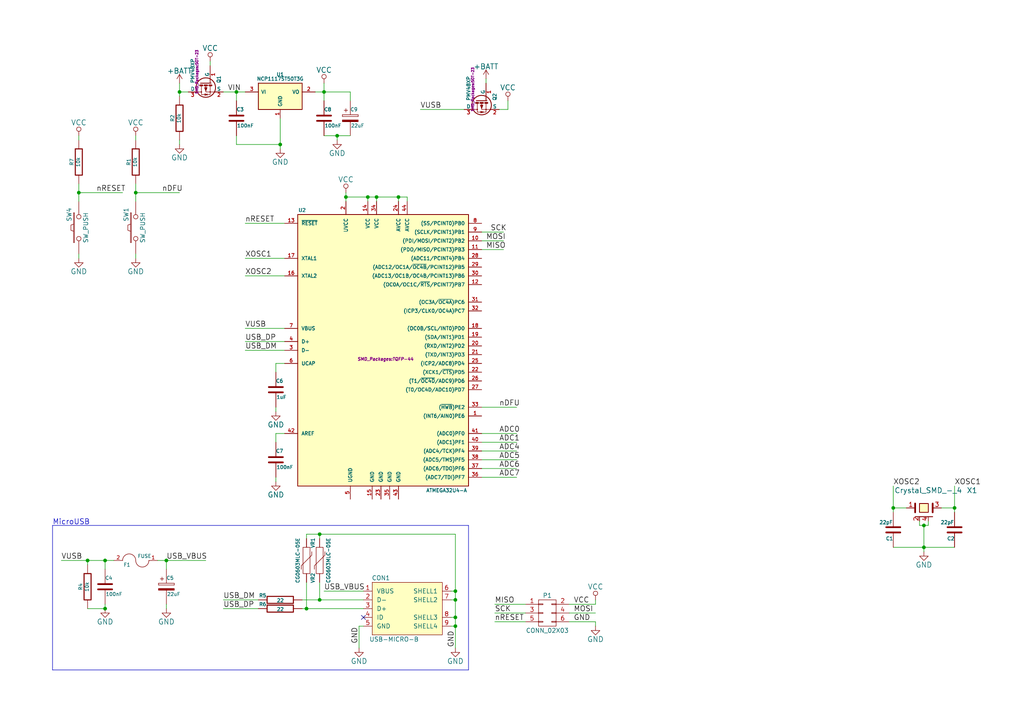
<source format=kicad_sch>
(kicad_sch (version 20230121) (generator eeschema)
  (paper "A4")
  (lib_symbols
    (symbol "camera-rescue:+BATT" (power) (pin_names (offset 0))
      (property "Value" "+BATT" (at 0 3.556 0))
      (symbol "+BATT_0_1"
        (polyline (pts (xy -0.762 1.27) (xy 0 2.54)))
        (polyline (pts (xy 0 0) (xy 0 2.54)))
        (polyline (pts (xy 0 2.54) (xy 0.762 1.27)))
      )
      (symbol "+BATT_1_1"
        (pin power_in line (at 0 0 90) (length 0) hide (name "+BATT") (number "1"))
      )
    )
    (symbol "camera-rescue:ATMEGA32U4-A" (pin_names (offset 1.016))
      (property "Reference" "U" (at -24.13 43.18 0))
      (property "Value" "ATMEGA32U4-A" (at 17.78 -38.1 0))
      (property "Footprint" "TQFP44" (at 0 0 0))
      (symbol "ATMEGA32U4-A_0_1"
        (rectangle (start -25.4 41.91) (end 24.13 -36.83) (stroke (width 0.254)) (fill (type background)))
      )
      (symbol "ATMEGA32U4-A_1_1"
        (pin bidirectional line (at 27.94 -16.51 180) (length 3.81) (name "(INT6/AIN0)PE6") (number "1"))
        (pin bidirectional line (at 27.94 34.29 180) (length 3.81) (name "(PDI/MOSI/PCINT2)PB2") (number "10"))
        (pin bidirectional line (at 27.94 31.75 180) (length 3.81) (name "(PDO/MISO/PCINT3)PB3") (number "11"))
        (pin bidirectional line (at 27.94 21.59 180) (length 3.81) (name "(OC0A/OC1C/~{RTS}/PCINT7)PB7") (number "12"))
        (pin input line (at -29.21 39.37 0) (length 3.81) (name "~{RESET}") (number "13"))
        (pin power_in line (at -5.08 45.72 270) (length 3.81) (name "VCC") (number "14"))
        (pin power_in line (at -3.81 -40.64 90) (length 3.81) (name "GND") (number "15"))
        (pin output line (at -29.21 24.13 0) (length 3.81) (name "XTAL2") (number "16"))
        (pin input line (at -29.21 29.21 0) (length 3.81) (name "XTAL1") (number "17"))
        (pin bidirectional line (at 27.94 8.89 180) (length 3.81) (name "(OC0B/SCL/INT0)PD0") (number "18"))
        (pin bidirectional line (at 27.94 6.35 180) (length 3.81) (name "(SDA/INT1)PD1") (number "19"))
        (pin power_in line (at -11.43 45.72 270) (length 3.81) (name "UVCC") (number "2"))
        (pin bidirectional line (at 27.94 3.81 180) (length 3.81) (name "(RXD/INT2)PD2") (number "20"))
        (pin bidirectional line (at 27.94 1.27 180) (length 3.81) (name "(TXD/INT3)PD3") (number "21"))
        (pin bidirectional line (at 27.94 -3.81 180) (length 3.81) (name "(XCK1/~{CTS})PD5") (number "22"))
        (pin power_in line (at -1.27 -40.64 90) (length 3.81) (name "GND") (number "23"))
        (pin power_in line (at 3.81 45.72 270) (length 3.81) (name "AVCC") (number "24"))
        (pin bidirectional line (at 27.94 -1.27 180) (length 3.81) (name "(ICP2/ADC8)PD4") (number "25"))
        (pin bidirectional line (at 27.94 -6.35 180) (length 3.81) (name "(T1/~{OC4D}/ADC9)PD6") (number "26"))
        (pin bidirectional line (at 27.94 -8.89 180) (length 3.81) (name "(T0/OC4D/ADC10)PD7") (number "27"))
        (pin bidirectional line (at 27.94 29.21 180) (length 3.81) (name "(ADC11/PCINT4)PB4") (number "28"))
        (pin bidirectional line (at 27.94 26.67 180) (length 3.81) (name "(ADC12/OC1A/~{OC4B}/PCINT12)PB5") (number "29"))
        (pin bidirectional line (at -29.21 2.54 0) (length 3.81) (name "D-") (number "3"))
        (pin bidirectional line (at 27.94 24.13 180) (length 3.81) (name "(ADC13/OC1B/OC4B/PCINT13)PB6") (number "30"))
        (pin bidirectional line (at 27.94 16.51 180) (length 3.81) (name "(OC3A/~{OC4A})PC6") (number "31"))
        (pin bidirectional line (at 27.94 13.97 180) (length 3.81) (name "(ICP3/CLK0/OC4A)PC7") (number "32"))
        (pin bidirectional line (at 27.94 -13.97 180) (length 3.81) (name "(~{HWB})PE2") (number "33"))
        (pin power_in line (at -2.54 45.72 270) (length 3.81) (name "VCC") (number "34"))
        (pin power_in line (at 1.27 -40.64 90) (length 3.81) (name "GND") (number "35"))
        (pin bidirectional line (at 27.94 -34.29 180) (length 3.81) (name "(ADC7/TDI)PF7") (number "36"))
        (pin bidirectional line (at 27.94 -31.75 180) (length 3.81) (name "(ADC6/TDO)PF6") (number "37"))
        (pin bidirectional line (at 27.94 -29.21 180) (length 3.81) (name "(ADC5/TMS)PF5") (number "38"))
        (pin bidirectional line (at 27.94 -26.67 180) (length 3.81) (name "(ADC4/TCK)PF4") (number "39"))
        (pin bidirectional line (at -29.21 5.08 0) (length 3.81) (name "D+") (number "4"))
        (pin bidirectional line (at 27.94 -24.13 180) (length 3.81) (name "(ADC1)PF1") (number "40"))
        (pin bidirectional line (at 27.94 -21.59 180) (length 3.81) (name "(ADC0)PF0") (number "41"))
        (pin passive line (at -29.21 -21.59 0) (length 3.81) (name "AREF") (number "42"))
        (pin power_in line (at 3.81 -40.64 90) (length 3.81) (name "GND") (number "43"))
        (pin power_in line (at 6.35 45.72 270) (length 3.81) (name "AVCC") (number "44"))
        (pin passive line (at -10.16 -40.64 90) (length 3.81) (name "UGND") (number "5"))
        (pin passive line (at -29.21 -1.27 0) (length 3.81) (name "UCAP") (number "6"))
        (pin passive line (at -29.21 8.89 0) (length 3.81) (name "VBUS") (number "7"))
        (pin bidirectional line (at 27.94 39.37 180) (length 3.81) (name "(SS/PCINT0)PB0") (number "8"))
        (pin bidirectional line (at 27.94 36.83 180) (length 3.81) (name "(SCLK/PCINT1)PB1") (number "9"))
      )
    )
    (symbol "camera-rescue:C" (pin_numbers hide) (pin_names (offset 0.254))
      (property "Reference" "C" (at 0 2.54 0))
      (property "Value" "C" (at 0.1524 -2.159 0))
      (symbol "C_0_1"
        (polyline (pts (xy -2.032 -0.762) (xy 2.032 -0.762)) (stroke (width 0.508)))
        (polyline (pts (xy -2.032 0.762) (xy 2.032 0.762)) (stroke (width 0.508)))
      )
      (symbol "C_1_1"
        (pin passive line (at 0 5.08 270) (length 4.318) (name "~") (number "1"))
        (pin passive line (at 0 -5.08 90) (length 4.318) (name "~") (number "2"))
      )
    )
    (symbol "camera-rescue:CONN_02X03" (pin_names (offset 0.0254) hide)
      (property "Reference" "P" (at 0 5.08 0))
      (property "Value" "CONN_02X03" (at 0 -5.08 0))
      (symbol "CONN_02X03_0_1"
        (rectangle (start -2.54 -2.413) (end -1.27 -2.667))
        (rectangle (start -2.54 0.127) (end -1.27 -0.127))
        (rectangle (start -2.54 2.667) (end -1.27 2.413))
        (rectangle (start -2.54 3.81) (end 2.54 -3.81))
        (rectangle (start 1.27 -2.413) (end 2.54 -2.667))
        (rectangle (start 1.27 0.127) (end 2.54 -0.127))
        (rectangle (start 1.27 2.667) (end 2.54 2.413))
      )
      (symbol "CONN_02X03_1_1"
        (pin passive line (at -6.35 2.54 0) (length 3.81) (name "P1") (number "1"))
        (pin passive line (at 6.35 2.54 180) (length 3.81) (name "P2") (number "2"))
        (pin passive line (at -6.35 0 0) (length 3.81) (name "P3") (number "3"))
        (pin passive line (at 6.35 0 180) (length 3.81) (name "P4") (number "4"))
        (pin passive line (at -6.35 -2.54 0) (length 3.81) (name "P5") (number "5"))
        (pin passive line (at 6.35 -2.54 180) (length 3.81) (name "P6") (number "6"))
      )
    )
    (symbol "camera-rescue:CP2" (pin_numbers hide) (pin_names (offset 0.254))
      (property "Reference" "C" (at 0 2.54 0))
      (property "Value" "CP2" (at 0.1524 -2.159 0))
      (symbol "CP2_0_1"
        (rectangle (start -2.286 0.508) (end -2.286 1.016))
        (rectangle (start -2.286 0.508) (end 2.286 0.508))
        (rectangle (start -1.778 2.286) (end -0.762 2.286))
        (rectangle (start -1.27 1.778) (end -1.27 2.794))
        (rectangle (start 2.286 -0.508) (end -2.286 -1.016) (fill (type outline)))
        (rectangle (start 2.286 1.016) (end -2.286 1.016))
        (rectangle (start 2.286 1.016) (end 2.286 0.508))
      )
      (symbol "CP2_1_1"
        (pin passive line (at 0 5.08 270) (length 4.064) (name "~") (number "1"))
        (pin passive line (at 0 -5.08 90) (length 4.064) (name "~") (number "2"))
      )
    )
    (symbol "camera-rescue:Crystal_SMD_-_4" (pin_names (offset 1.016))
      (property "Reference" "X" (at 13.97 5.08 0))
      (property "Value" "Crystal_SMD_-_4" (at 1.27 5.08 0))
      (symbol "Crystal_SMD_-_4_0_1"
        (rectangle (start -1.27 1.27) (end 1.27 -1.27) (stroke (width 0.254)) (fill (type background)))
        (polyline (pts (xy -2.54 -2.54) (xy 2.54 -2.54)) (stroke (width 0.254)))
        (polyline (pts (xy -2.54 -1.27) (xy -2.54 1.27)) (stroke (width 0.508)))
        (polyline (pts (xy 2.54 -1.27) (xy 2.54 1.27)) (stroke (width 0.508)))
      )
      (symbol "Crystal_SMD_-_4_1_1"
        (pin input line (at -5.08 0 0) (length 2.54) (name "~") (number "1"))
        (pin input line (at -1.27 -3.81 90) (length 1.27) (name "~") (number "2"))
        (pin input line (at 5.08 0 180) (length 2.54) (name "~") (number "3"))
        (pin input line (at 1.27 -3.81 90) (length 1.27) (name "~") (number "4"))
      )
    )
    (symbol "camera-rescue:FUSE" (pin_names (offset 0.254))
      (property "Reference" "F" (at 2.54 1.27 0))
      (property "Value" "FUSE" (at -2.54 -1.27 0))
      (symbol "FUSE_0_1"
        (arc (start 0 0) (mid -1.905 1.8967) (end -3.81 0))
        (arc (start 0 0) (mid 1.905 -1.8967) (end 3.81 0))
      )
      (symbol "FUSE_1_1"
        (pin input line (at -6.35 0 0) (length 2.54) (name "~") (number "1"))
        (pin input line (at 6.35 0 180) (length 2.54) (name "~") (number "2"))
      )
    )
    (symbol "camera-rescue:GND" (power) (pin_names (offset 0))
      (property "Value" "GND" (at 0 -3.81 0))
      (symbol "GND_0_1"
        (polyline (pts (xy 0 0) (xy 0 -1.27) (xy 1.27 -1.27) (xy 0 -2.54) (xy -1.27 -1.27) (xy 0 -1.27)))
      )
      (symbol "GND_1_1"
        (pin power_in line (at 0 0 270) (length 0) hide (name "GND") (number "1"))
      )
    )
    (symbol "camera-rescue:NCP1117ST50T3G" (pin_names (offset 0.762))
      (property "Reference" "U" (at 0 6.35 0))
      (property "Value" "NCP1117ST50T3G" (at 0 5.08 0))
      (symbol "NCP1117ST50T3G_0_1"
        (rectangle (start -6.35 -3.81) (end 6.35 3.81) (stroke (width 0.254)) (fill (type background)))
      )
      (symbol "NCP1117ST50T3G_1_1"
        (pin power_in line (at 0 -6.35 90) (length 2.54) (name "GND") (number "1"))
        (pin power_out line (at 10.16 1.27 180) (length 3.81) (name "VO") (number "2"))
        (pin power_in line (at -10.16 1.27 0) (length 3.81) (name "VI") (number "3"))
      )
    )
    (symbol "camera-rescue:PMV48XP" (pin_names (offset 0))
      (property "Reference" "Q" (at 0 -3.7846 0))
      (property "Value" "PMV48XP" (at 0 3.81 0))
      (property "Footprint" "SOT-23" (at -3.302 2.5908 0))
      (symbol "PMV48XP_0_1"
        (polyline (pts (xy 0.635 -1.016) (xy 0.635 -1.651)) (stroke (width 0.508)))
        (polyline (pts (xy 0.635 0.381) (xy 0.635 -0.381)) (stroke (width 0.508)))
        (polyline (pts (xy 0.635 1.651) (xy 0.635 1.016)) (stroke (width 0.508)))
        (polyline (pts (xy 3.048 -0.381) (xy 3.556 -0.381)))
        (polyline (pts (xy 0 1.524) (xy 0 -1.524) (xy 0 -1.524)) (stroke (width 0.254)))
        (polyline (pts (xy 0.762 -1.27) (xy 2.54 -1.27) (xy 2.54 -2.54) (xy 2.54 -2.54)))
        (polyline (pts (xy 0.762 1.27) (xy 2.54 1.27) (xy 2.54 2.54) (xy 2.54 2.54)))
        (polyline (pts (xy 2.54 1.27) (xy 3.302 1.27) (xy 3.302 -1.27) (xy 2.54 -1.27)))
        (polyline (pts (xy 3.302 -0.381) (xy 3.048 0.254) (xy 3.556 0.254) (xy 3.302 -0.381)) (fill (type outline)))
        (polyline (pts (xy 0.762 0) (xy 1.27 0) (xy 2.54 0) (xy 2.54 -1.27) (xy 2.54 -1.27)))
        (polyline (pts (xy 2.286 0) (xy 1.27 0.381) (xy 1.27 -0.381) (xy 2.286 0) (xy 2.159 0) (xy 2.159 0)) (fill (type outline)))
        (circle (center 1.27 0) (radius 2.8194) (stroke (width 0.254)))
        (circle (center 2.54 -1.27) (radius 0.127))
        (circle (center 2.54 1.27) (radius 0.127))
      )
      (symbol "PMV48XP_1_1"
        (pin input line (at -5.08 -1.27 0) (length 5.08) (name "G") (number "1"))
        (pin passive line (at 2.54 -5.08 90) (length 2.54) (name "S") (number "2"))
        (pin passive line (at 2.54 5.08 270) (length 2.54) (name "D") (number "3"))
      )
    )
    (symbol "camera-rescue:R" (pin_numbers hide) (pin_names (offset 0))
      (property "Reference" "R" (at 2.032 0 90))
      (property "Value" "R" (at 0.1778 0.0254 90))
      (symbol "R_0_1"
        (rectangle (start -1.016 3.81) (end 1.016 -3.81) (stroke (width 0.3048)))
      )
      (symbol "R_1_1"
        (pin passive line (at 0 6.35 270) (length 2.54) (name "~") (number "1"))
        (pin passive line (at 0 -6.35 90) (length 2.54) (name "~") (number "2"))
      )
    )
    (symbol "camera-rescue:SW_PUSH" (pin_numbers hide) (pin_names (offset 1.016) hide)
      (property "Reference" "SW" (at 3.81 2.794 0))
      (property "Value" "SW_PUSH" (at 0 -2.032 0))
      (symbol "SW_PUSH_0_1"
        (rectangle (start -4.318 1.27) (end 4.318 1.524))
        (polyline (pts (xy -1.016 1.524) (xy -0.762 2.286) (xy 0.762 2.286) (xy 1.016 1.524)))
        (pin passive inverted (at -7.62 0 0) (length 5.08) (name "1") (number "1"))
        (pin passive inverted (at 7.62 0 180) (length 5.08) (name "2") (number "2"))
      )
    )
    (symbol "camera-rescue:USB-MICRO-B" (pin_names (offset 1.27))
      (property "Reference" "CON" (at -7.62 8.89 0))
      (property "Value" "USB-MICRO-B" (at -3.81 -8.89 0))
      (symbol "USB-MICRO-B_0_1"
        (rectangle (start -10.16 7.62) (end 10.16 -7.62) (fill (type background)))
      )
      (symbol "USB-MICRO-B_1_1"
        (pin power_in line (at -12.7 5.08 0) (length 2.54) (name "VBUS") (number "1"))
        (pin bidirectional line (at -12.7 2.54 0) (length 2.54) (name "D-") (number "2"))
        (pin bidirectional line (at -12.7 0 0) (length 2.54) (name "D+") (number "3"))
        (pin bidirectional line (at -12.7 -2.54 0) (length 2.54) (name "ID") (number "4"))
        (pin power_in line (at -12.7 -5.08 0) (length 2.54) (name "GND") (number "5"))
        (pin passive line (at 12.7 5.08 180) (length 2.54) (name "SHELL1") (number "6"))
        (pin passive line (at 12.7 2.54 180) (length 2.54) (name "SHELL2") (number "7"))
        (pin passive line (at 12.7 -2.54 180) (length 2.54) (name "SHELL3") (number "8"))
        (pin passive line (at 12.7 -5.08 180) (length 2.54) (name "SHELL4") (number "9"))
      )
    )
    (symbol "camera-rescue:VCC" (power) (pin_names (offset 0))
      (property "Value" "VCC" (at 0 3.81 0))
      (symbol "VCC_0_1"
        (polyline (pts (xy 0 0) (xy 0 1.27)))
        (circle (center 0 1.905) (radius 0.635))
      )
      (symbol "VCC_1_1"
        (pin power_in line (at 0 0 90) (length 0) hide (name "VCC") (number "1"))
      )
    )
    (symbol "camera-rescue:VR" (pin_numbers hide) (pin_names (offset 0))
      (property "Reference" "VR" (at 1.524 -1.1684 90))
      (property "Value" "VR" (at 0 0 90))
      (symbol "VR_0_1"
        (rectangle (start -1.016 3.81) (end 1.016 -3.81))
        (polyline (pts (xy -1.524 -2.54) (xy -1.524 -1.524) (xy 1.524 1.524) (xy 1.524 2.54) (xy 1.524 2.54)))
      )
      (symbol "VR_1_1"
        (pin passive line (at 0 6.35 270) (length 2.54) (name "~") (number "1"))
        (pin passive line (at 0 -6.35 90) (length 2.54) (name "~") (number "2"))
      )
    )
  )
  (junction (at 132.08 173.99))
  (junction (at 88.9 176.53))
  (junction (at 22.86 55.88))
  (junction (at 259.08 147.32))
  (junction (at 68.58 26.67))
  (junction (at 81.28 41.91))
  (junction (at 132.08 171.45))
  (junction (at 52.07 26.67))
  (junction (at 276.86 147.32))
  (junction (at 30.48 162.56))
  (junction (at 132.08 181.61))
  (junction (at 92.71 173.99))
  (junction (at 97.79 39.37))
  (junction (at 132.08 179.07))
  (junction (at 267.97 152.4))
  (junction (at 92.71 154.94))
  (junction (at 30.48 176.53))
  (junction (at 25.4 162.56))
  (junction (at 115.57 57.15))
  (junction (at 267.97 158.75))
  (junction (at 100.33 57.15))
  (junction (at 109.22 57.15))
  (junction (at 39.37 55.88))
  (junction (at 106.68 57.15))
  (junction (at 48.26 162.56))
  (junction (at 93.98 26.67))
  (no_connect (at 105.41 179.07))
  (wire (pts (xy 80.01 118.11) (xy 80.01 119.38)))
  (wire (pts (xy 48.26 165.1) (xy 48.26 162.56)))
  (wire (pts (xy 267.97 152.4) (xy 267.97 158.75)))
  (wire (pts (xy 80.01 125.73) (xy 80.01 128.27)))
  (wire (pts (xy 48.26 176.53) (xy 48.26 175.26)))
  (wire (pts (xy 149.86 135.89) (xy 139.7 135.89)))
  (wire (pts (xy 81.28 41.91) (xy 81.28 43.18)))
  (wire (pts (xy 82.55 101.6) (xy 71.12 101.6)))
  (wire (pts (xy 30.48 176.53) (xy 30.48 175.26)))
  (wire (pts (xy 74.93 173.99) (xy 64.77 173.99)))
  (wire (pts (xy 97.79 39.37) (xy 93.98 39.37)))
  (wire (pts (xy 152.4 175.26) (xy 143.51 175.26)))
  (wire (pts (xy 139.7 128.27) (xy 149.86 128.27)))
  (wire (pts (xy 267.97 158.75) (xy 267.97 160.02)))
  (wire (pts (xy 54.61 26.67) (xy 52.07 26.67)))
  (wire (pts (xy 82.55 105.41) (xy 80.01 105.41)))
  (wire (pts (xy 88.9 156.21) (xy 88.9 154.94)))
  (wire (pts (xy 22.86 40.64) (xy 22.86 39.37)))
  (wire (pts (xy 118.11 57.15) (xy 118.11 58.42)))
  (wire (pts (xy 101.6 39.37) (xy 97.79 39.37)))
  (wire (pts (xy 132.08 173.99) (xy 130.81 173.99)))
  (wire (pts (xy 139.7 118.11) (xy 149.86 118.11)))
  (wire (pts (xy 80.01 139.7) (xy 80.01 138.43)))
  (wire (pts (xy 276.86 140.97) (xy 276.86 147.32)))
  (wire (pts (xy 68.58 26.67) (xy 68.58 29.21)))
  (wire (pts (xy 273.05 147.32) (xy 276.86 147.32)))
  (polyline (pts (xy 15.24 194.31) (xy 135.89 194.31)))
  (wire (pts (xy 22.86 55.88) (xy 35.56 55.88)))
  (wire (pts (xy 276.86 147.32) (xy 276.86 148.59)))
  (wire (pts (xy 17.78 162.56) (xy 25.4 162.56)))
  (wire (pts (xy 106.68 57.15) (xy 109.22 57.15)))
  (wire (pts (xy 144.78 31.75) (xy 147.32 31.75)))
  (wire (pts (xy 134.62 31.75) (xy 121.92 31.75)))
  (wire (pts (xy 139.7 125.73) (xy 149.86 125.73)))
  (wire (pts (xy 93.98 24.13) (xy 93.98 26.67)))
  (wire (pts (xy 266.7 152.4) (xy 267.97 152.4)))
  (wire (pts (xy 25.4 163.83) (xy 25.4 162.56)))
  (wire (pts (xy 132.08 179.07) (xy 132.08 181.61)))
  (wire (pts (xy 139.7 69.85) (xy 146.05 69.85)))
  (wire (pts (xy 172.72 181.61) (xy 172.72 180.34)))
  (wire (pts (xy 130.81 171.45) (xy 132.08 171.45)))
  (wire (pts (xy 139.7 72.39) (xy 146.05 72.39)))
  (wire (pts (xy 82.55 80.01) (xy 71.12 80.01)))
  (wire (pts (xy 100.33 57.15) (xy 100.33 58.42)))
  (wire (pts (xy 52.07 24.13) (xy 52.07 26.67)))
  (wire (pts (xy 64.77 26.67) (xy 68.58 26.67)))
  (wire (pts (xy 109.22 57.15) (xy 115.57 57.15)))
  (wire (pts (xy 74.93 176.53) (xy 64.77 176.53)))
  (wire (pts (xy 39.37 74.93) (xy 39.37 73.66)))
  (wire (pts (xy 269.24 152.4) (xy 269.24 151.13)))
  (wire (pts (xy 152.4 180.34) (xy 143.51 180.34)))
  (wire (pts (xy 82.55 125.73) (xy 80.01 125.73)))
  (wire (pts (xy 92.71 173.99) (xy 105.41 173.99)))
  (wire (pts (xy 100.33 55.88) (xy 100.33 57.15)))
  (wire (pts (xy 68.58 39.37) (xy 68.58 41.91)))
  (wire (pts (xy 262.89 147.32) (xy 259.08 147.32)))
  (wire (pts (xy 87.63 173.99) (xy 92.71 173.99)))
  (wire (pts (xy 87.63 176.53) (xy 88.9 176.53)))
  (wire (pts (xy 71.12 99.06) (xy 82.55 99.06)))
  (wire (pts (xy 172.72 180.34) (xy 165.1 180.34)))
  (wire (pts (xy 39.37 40.64) (xy 39.37 39.37)))
  (wire (pts (xy 68.58 26.67) (xy 71.12 26.67)))
  (wire (pts (xy 39.37 53.34) (xy 39.37 55.88)))
  (wire (pts (xy 25.4 162.56) (xy 30.48 162.56)))
  (wire (pts (xy 259.08 158.75) (xy 267.97 158.75)))
  (wire (pts (xy 30.48 165.1) (xy 30.48 162.56)))
  (wire (pts (xy 132.08 181.61) (xy 132.08 187.96)))
  (wire (pts (xy 88.9 168.91) (xy 88.9 176.53)))
  (wire (pts (xy 93.98 26.67) (xy 101.6 26.67)))
  (wire (pts (xy 45.72 162.56) (xy 48.26 162.56)))
  (wire (pts (xy 82.55 74.93) (xy 71.12 74.93)))
  (wire (pts (xy 39.37 55.88) (xy 39.37 58.42)))
  (wire (pts (xy 91.44 26.67) (xy 93.98 26.67)))
  (polyline (pts (xy 15.24 152.4) (xy 15.24 194.31)))
  (wire (pts (xy 22.86 55.88) (xy 22.86 58.42)))
  (wire (pts (xy 132.08 154.94) (xy 132.08 171.45)))
  (wire (pts (xy 88.9 154.94) (xy 92.71 154.94)))
  (wire (pts (xy 149.86 133.35) (xy 139.7 133.35)))
  (wire (pts (xy 92.71 154.94) (xy 132.08 154.94)))
  (wire (pts (xy 30.48 162.56) (xy 33.02 162.56)))
  (wire (pts (xy 105.41 171.45) (xy 93.98 171.45)))
  (wire (pts (xy 165.1 177.8) (xy 172.72 177.8)))
  (wire (pts (xy 39.37 55.88) (xy 52.07 55.88)))
  (wire (pts (xy 68.58 41.91) (xy 81.28 41.91)))
  (wire (pts (xy 106.68 57.15) (xy 106.68 58.42)))
  (wire (pts (xy 140.97 24.13) (xy 140.97 22.86)))
  (wire (pts (xy 152.4 177.8) (xy 143.51 177.8)))
  (wire (pts (xy 82.55 64.77) (xy 71.12 64.77)))
  (wire (pts (xy 92.71 168.91) (xy 92.71 173.99)))
  (wire (pts (xy 267.97 152.4) (xy 269.24 152.4)))
  (wire (pts (xy 92.71 154.94) (xy 92.71 156.21)))
  (wire (pts (xy 81.28 34.29) (xy 81.28 41.91)))
  (polyline (pts (xy 135.89 152.4) (xy 15.24 152.4)))
  (wire (pts (xy 132.08 173.99) (xy 132.08 179.07)))
  (wire (pts (xy 105.41 181.61) (xy 104.14 181.61)))
  (wire (pts (xy 109.22 57.15) (xy 109.22 58.42)))
  (wire (pts (xy 88.9 176.53) (xy 105.41 176.53)))
  (wire (pts (xy 104.14 181.61) (xy 104.14 187.96)))
  (wire (pts (xy 115.57 57.15) (xy 115.57 58.42)))
  (wire (pts (xy 80.01 105.41) (xy 80.01 107.95)))
  (wire (pts (xy 266.7 151.13) (xy 266.7 152.4)))
  (wire (pts (xy 48.26 162.56) (xy 59.69 162.56)))
  (wire (pts (xy 132.08 179.07) (xy 130.81 179.07)))
  (polyline (pts (xy 135.89 194.31) (xy 135.89 152.4)))
  (wire (pts (xy 93.98 26.67) (xy 93.98 29.21)))
  (wire (pts (xy 97.79 39.37) (xy 97.79 40.64)))
  (wire (pts (xy 165.1 175.26) (xy 172.72 175.26)))
  (wire (pts (xy 52.07 41.91) (xy 52.07 40.64)))
  (wire (pts (xy 30.48 176.53) (xy 25.4 176.53)))
  (wire (pts (xy 100.33 57.15) (xy 106.68 57.15)))
  (wire (pts (xy 267.97 158.75) (xy 276.86 158.75)))
  (wire (pts (xy 115.57 57.15) (xy 118.11 57.15)))
  (wire (pts (xy 149.86 138.43) (xy 139.7 138.43)))
  (wire (pts (xy 71.12 95.25) (xy 82.55 95.25)))
  (wire (pts (xy 60.96 19.05) (xy 60.96 17.78)))
  (wire (pts (xy 259.08 140.97) (xy 259.08 147.32)))
  (wire (pts (xy 147.32 31.75) (xy 147.32 29.21)))
  (wire (pts (xy 172.72 175.26) (xy 172.72 173.99)))
  (wire (pts (xy 149.86 130.81) (xy 139.7 130.81)))
  (wire (pts (xy 139.7 67.31) (xy 146.05 67.31)))
  (wire (pts (xy 22.86 74.93) (xy 22.86 73.66)))
  (wire (pts (xy 132.08 171.45) (xy 132.08 173.99)))
  (wire (pts (xy 22.86 53.34) (xy 22.86 55.88)))
  (wire (pts (xy 132.08 181.61) (xy 130.81 181.61)))
  (wire (pts (xy 52.07 26.67) (xy 52.07 27.94)))
  (wire (pts (xy 259.08 147.32) (xy 259.08 148.59)))
  (wire (pts (xy 101.6 26.67) (xy 101.6 29.21)))
  (text "MicroUSB" (at 15.24 152.4 0) (effects (font (size 1.524 1.524)) (justify left bottom)))
  (label "XOSC2" (at 71.12 80.01 0) (effects (font (size 1.524 1.524))))
  (label "VCC" (at 166.37 175.26 0) (effects (font (size 1.524 1.524))))
  (label "XOSC1" (at 71.12 74.93 0) (effects (font (size 1.524 1.524))))
  (label "USB_VBUS" (at 48.26 162.56 0) (effects (font (size 1.524 1.524))))
  (label "XOSC1" (at 276.86 140.97 0) (effects (font (size 1.524 1.524))))
  (label "VUSB" (at 121.92 31.75 0) (effects (font (size 1.524 1.524))))
  (label "nDFU" (at 46.99 55.88 0) (effects (font (size 1.524 1.524))))
  (label "ADC0" (at 144.78 125.73 0) (effects (font (size 1.524 1.524))))
  (label "nRESET" (at 27.94 55.88 0) (effects (font (size 1.524 1.524))))
  (label "VUSB" (at 71.12 95.25 0) (effects (font (size 1.524 1.524))))
  (label "SCK" (at 142.24 67.31 0) (effects (font (size 1.524 1.524))))
  (label "MISO" (at 143.51 175.26 0) (effects (font (size 1.524 1.524))))
  (label "VUSB" (at 17.78 162.56 0) (effects (font (size 1.524 1.524))))
  (label "MOSI" (at 166.37 177.8 0) (effects (font (size 1.524 1.524))))
  (label "GND" (at 132.08 182.88 270) (effects (font (size 1.524 1.524))))
  (label "nRESET" (at 71.12 64.77 0) (effects (font (size 1.524 1.524))))
  (label "XOSC2" (at 259.08 140.97 0) (effects (font (size 1.524 1.524))))
  (label "ADC7" (at 144.78 138.43 0) (effects (font (size 1.524 1.524))))
  (label "SCK" (at 143.51 177.8 0) (effects (font (size 1.524 1.524))))
  (label "nRESET" (at 143.51 180.34 0) (effects (font (size 1.524 1.524))))
  (label "USB_DP" (at 64.77 176.53 0) (effects (font (size 1.524 1.524))))
  (label "GND" (at 166.37 180.34 0) (effects (font (size 1.524 1.524))))
  (label "ADC4" (at 144.78 130.81 0) (effects (font (size 1.524 1.524))))
  (label "USB_VBUS" (at 93.98 171.45 0) (effects (font (size 1.524 1.524))))
  (label "MISO" (at 140.97 72.39 0) (effects (font (size 1.524 1.524))))
  (label "ADC6" (at 144.78 135.89 0) (effects (font (size 1.524 1.524))))
  (label "ADC1" (at 144.78 128.27 0) (effects (font (size 1.524 1.524))))
  (label "USB_DP" (at 71.12 99.06 0) (effects (font (size 1.524 1.524))))
  (label "USB_DM" (at 64.77 173.99 0) (effects (font (size 1.524 1.524))))
  (label "VIN" (at 66.04 26.67 0) (effects (font (size 1.524 1.524))))
  (label "USB_DM" (at 71.12 101.6 0) (effects (font (size 1.524 1.524))))
  (label "nDFU" (at 144.78 118.11 0) (effects (font (size 1.524 1.524))))
  (label "MOSI" (at 140.97 69.85 0) (effects (font (size 1.524 1.524))))
  (label "GND" (at 104.14 186.69 90) (effects (font (size 1.524 1.524))))
  (label "ADC5" (at 144.78 133.35 0) (effects (font (size 1.524 1.524))))
  (symbol (lib_id "camera-rescue:C") (at 276.86 153.67 180) (unit 1)
    (property "Reference" "C2" (at 276.86 156.21 0) (effects (font (size 1.016 1.016)) (justify left)))
    (property "Value" "22pF" (at 276.7076 151.511 0) (effects (font (size 1.016 1.016)) (justify left)))
    (property "Footprint" "Capacitors_SMD:C_0805" (effects hide))
  )
  (symbol (lib_id "camera-rescue:C") (at 259.08 153.67 180) (unit 1)
    (property "Reference" "C1" (at 259.08 156.21 0) (effects (font (size 1.016 1.016)) (justify left)))
    (property "Value" "22pF" (at 258.9276 151.511 0) (effects (font (size 1.016 1.016)) (justify left)))
    (property "Footprint" "Capacitors_SMD:C_0805" (effects hide))
  )
  (symbol (lib_id "camera-rescue:GND") (at 267.97 160.02 0) (unit 1)
    (property "Reference" "#PWR22" (effects hide))
    (property "Value" "GND" (at 267.97 163.83 0) (effects (font (size 1.524 1.524))))
  )
  (symbol (lib_id "camera-rescue:USB-MICRO-B") (at 118.11 176.53 0) (unit 1)
    (property "Reference" "CON1" (at 110.49 167.64 0))
    (property "Value" "USB-MICRO-B" (at 114.3 185.42 0))
    (property "Footprint" "Connect:USB_Micro-B" (effects hide))
  )
  (symbol (lib_id "camera-rescue:GND") (at 132.08 187.96 0) (unit 1)
    (property "Reference" "#PWR17" (effects hide))
    (property "Value" "GND" (at 132.08 191.77 0) (effects (font (size 1.524 1.524))))
  )
  (symbol (lib_id "camera-rescue:GND") (at 104.14 187.96 0) (unit 1)
    (property "Reference" "#PWR16" (effects hide))
    (property "Value" "GND" (at 104.14 191.77 0) (effects (font (size 1.524 1.524))))
  )
  (symbol (lib_id "camera-rescue:R") (at 81.28 173.99 270) (unit 1)
    (property "Reference" "R5" (at 76.2 172.72 90) (effects (font (size 1.016 1.016))))
    (property "Value" "22" (at 81.3054 174.1678 90) (effects (font (size 1.016 1.016))))
    (property "Footprint" "Resistors_SMD:R_0805" (effects hide))
  )
  (symbol (lib_id "camera-rescue:R") (at 81.28 176.53 270) (unit 1)
    (property "Reference" "R6" (at 76.2 175.26 90) (effects (font (size 1.016 1.016))))
    (property "Value" "22" (at 81.3054 176.7078 90) (effects (font (size 1.016 1.016))))
    (property "Footprint" "Resistors_SMD:R_0805" (effects hide))
  )
  (symbol (lib_id "camera-rescue:GND") (at 80.01 119.38 0) (unit 1)
    (property "Reference" "#PWR10" (effects hide))
    (property "Value" "GND" (at 80.01 123.19 0) (effects (font (size 1.524 1.524))))
  )
  (symbol (lib_id "camera-rescue:C") (at 80.01 113.03 0) (unit 1)
    (property "Reference" "C6" (at 80.01 110.49 0) (effects (font (size 1.016 1.016)) (justify left)))
    (property "Value" "1uF" (at 80.1624 115.189 0) (effects (font (size 1.016 1.016)) (justify left)))
    (property "Footprint" "Capacitors_SMD:C_0805" (effects hide))
  )
  (symbol (lib_id "camera-rescue:VCC") (at 22.86 39.37 0) (unit 1)
    (property "Reference" "#PWR1" (effects hide))
    (property "Value" "VCC" (at 22.86 35.56 0) (effects (font (size 1.524 1.524))))
  )
  (symbol (lib_id "camera-rescue:ATMEGA32U4-A") (at 111.76 104.14 0) (unit 1)
    (property "Reference" "U2" (at 87.63 60.96 0) (effects (font (size 1.016 1.016))))
    (property "Value" "ATMEGA32U4-A" (at 129.54 142.24 0) (effects (font (size 1.016 1.016))))
    (property "Footprint" "SMD_Packages:TQFP-44" (at 111.76 104.14 0) (effects (font (size 0.889 0.889) italic)))
  )
  (symbol (lib_id "camera-rescue:C") (at 80.01 133.35 0) (unit 1)
    (property "Reference" "C7" (at 80.01 130.81 0) (effects (font (size 1.016 1.016)) (justify left)))
    (property "Value" "100nF" (at 80.1624 135.509 0) (effects (font (size 1.016 1.016)) (justify left)))
    (property "Footprint" "Capacitors_SMD:C_0805" (effects hide))
  )
  (symbol (lib_id "camera-rescue:SW_PUSH") (at 39.37 66.04 90) (unit 1)
    (property "Reference" "SW1" (at 36.576 62.23 0))
    (property "Value" "SW_PUSH" (at 41.402 66.04 0))
    (property "Footprint" "NQBit:SW4" (effects hide))
  )
  (symbol (lib_id "camera-rescue:R") (at 39.37 46.99 180) (unit 1)
    (property "Reference" "R1" (at 37.338 46.99 90) (effects (font (size 1.016 1.016))))
    (property "Value" "10k" (at 39.1922 47.0154 90) (effects (font (size 1.016 1.016))))
    (property "Footprint" "Resistors_SMD:R_0805" (effects hide))
  )
  (symbol (lib_id "camera-rescue:GND") (at 39.37 74.93 0) (unit 1)
    (property "Reference" "#PWR5" (effects hide))
    (property "Value" "GND" (at 39.37 78.74 0) (effects (font (size 1.524 1.524))))
  )
  (symbol (lib_id "camera-rescue:VCC") (at 39.37 39.37 0) (unit 1)
    (property "Reference" "#PWR4" (effects hide))
    (property "Value" "VCC" (at 39.37 35.56 0) (effects (font (size 1.524 1.524))))
  )
  (symbol (lib_id "camera-rescue:GND") (at 80.01 139.7 0) (unit 1)
    (property "Reference" "#PWR11" (effects hide))
    (property "Value" "GND" (at 80.01 143.51 0) (effects (font (size 1.524 1.524))))
  )
  (symbol (lib_id "camera-rescue:FUSE") (at 39.37 162.56 180) (unit 1)
    (property "Reference" "F1" (at 36.83 163.83 0) (effects (font (size 1.016 1.016))))
    (property "Value" "FUSE" (at 41.91 161.29 0) (effects (font (size 1.016 1.016))))
    (property "Footprint" "Fuse_Holders_and_Fuses:Fuse_SMD1206_Reflow" (effects hide))
  )
  (symbol (lib_id "camera-rescue:+BATT") (at 140.97 22.86 0) (unit 1)
    (property "Reference" "#PWR18" (effects hide))
    (property "Value" "+BATT" (at 140.97 19.304 0) (effects (font (size 1.524 1.524))))
  )
  (symbol (lib_id "camera-rescue:CONN_02X03") (at 158.75 177.8 0) (unit 1)
    (property "Reference" "P1" (at 158.75 172.72 0))
    (property "Value" "CONN_02X03" (at 158.75 182.88 0))
    (property "Footprint" "Pin_Headers:Pin_Header_Straight_2x03" (effects hide))
  )
  (symbol (lib_id "camera-rescue:VCC") (at 147.32 29.21 0) (unit 1)
    (property "Reference" "#PWR19" (effects hide))
    (property "Value" "VCC" (at 147.32 25.4 0) (effects (font (size 1.524 1.524))))
  )
  (symbol (lib_id "camera-rescue:VR") (at 88.9 162.56 0) (unit 1)
    (property "Reference" "VR1" (at 90.17 157.48 90) (effects (font (size 1.016 1.016)) (justify top)))
    (property "Value" "CG0603MLC-05E" (at 86.36 162.56 90) (effects (font (size 1.016 1.016))))
    (property "Footprint" "Resistors_SMD:R_0805" (effects hide))
  )
  (symbol (lib_id "camera-rescue:VR") (at 92.71 162.56 0) (unit 1)
    (property "Reference" "VR2" (at 90.17 167.64 90) (effects (font (size 1.016 1.016)) (justify top)))
    (property "Value" "CG0603MLC-05E" (at 95.25 162.56 90) (effects (font (size 1.016 1.016))))
    (property "Footprint" "Resistors_SMD:R_0805" (effects hide))
  )
  (symbol (lib_id "camera-rescue:SW_PUSH") (at 22.86 66.04 90) (unit 1)
    (property "Reference" "SW4" (at 20.066 62.23 0))
    (property "Value" "SW_PUSH" (at 24.892 66.04 0))
    (property "Footprint" "NQBit:SW4" (effects hide))
  )
  (symbol (lib_id "camera-rescue:NCP1117ST50T3G") (at 81.28 27.94 0) (unit 1)
    (property "Reference" "U1" (at 81.28 21.59 0) (effects (font (size 1.016 1.016))))
    (property "Value" "NCP1117ST50T3G" (at 81.28 22.86 0) (effects (font (size 1.016 1.016))))
    (property "Footprint" "SMD_Packages:SOT-223" (effects hide))
  )
  (symbol (lib_id "camera-rescue:CP2") (at 48.26 170.18 0) (unit 1)
    (property "Reference" "C5" (at 48.26 167.64 0) (effects (font (size 1.016 1.016)) (justify left)))
    (property "Value" "22uF" (at 48.4124 172.339 0) (effects (font (size 1.016 1.016)) (justify left)))
    (property "Footprint" "Capacitors_SMD:C_1210" (effects hide))
  )
  (symbol (lib_id "camera-rescue:C") (at 68.58 34.29 0) (unit 1)
    (property "Reference" "C3" (at 68.58 31.75 0) (effects (font (size 1.016 1.016)) (justify left)))
    (property "Value" "100nF" (at 68.7324 36.449 0) (effects (font (size 1.016 1.016)) (justify left)))
    (property "Footprint" "Capacitors_SMD:C_0805" (effects hide))
  )
  (symbol (lib_id "camera-rescue:GND") (at 81.28 43.18 0) (unit 1)
    (property "Reference" "#PWR12" (effects hide))
    (property "Value" "GND" (at 81.28 46.99 0) (effects (font (size 1.524 1.524))))
  )
  (symbol (lib_id "camera-rescue:R") (at 22.86 46.99 180) (unit 1)
    (property "Reference" "R7" (at 20.828 46.99 90) (effects (font (size 1.016 1.016))))
    (property "Value" "10k" (at 22.6822 47.0154 90) (effects (font (size 1.016 1.016))))
    (property "Footprint" "Resistors_SMD:R_0805" (effects hide))
  )
  (symbol (lib_id "camera-rescue:GND") (at 48.26 176.53 0) (unit 1)
    (property "Reference" "#PWR6" (effects hide))
    (property "Value" "GND" (at 48.26 180.34 0) (effects (font (size 1.524 1.524))))
  )
  (symbol (lib_id "camera-rescue:GND") (at 22.86 74.93 0) (unit 1)
    (property "Reference" "#PWR2" (effects hide))
    (property "Value" "GND" (at 22.86 78.74 0) (effects (font (size 1.524 1.524))))
  )
  (symbol (lib_id "camera-rescue:C") (at 30.48 170.18 0) (unit 1)
    (property "Reference" "C4" (at 30.48 167.64 0) (effects (font (size 1.016 1.016)) (justify left)))
    (property "Value" "100nF" (at 30.6324 172.339 0) (effects (font (size 1.016 1.016)) (justify left)))
    (property "Footprint" "Capacitors_SMD:C_0805" (effects hide))
  )
  (symbol (lib_id "camera-rescue:R") (at 25.4 170.18 180) (unit 1)
    (property "Reference" "R4" (at 23.368 170.18 90) (effects (font (size 1.016 1.016))))
    (property "Value" "10k" (at 25.2222 170.2054 90) (effects (font (size 1.016 1.016))))
    (property "Footprint" "Resistors_SMD:R_0805" (effects hide))
  )
  (symbol (lib_id "camera-rescue:GND") (at 30.48 176.53 0) (unit 1)
    (property "Reference" "#PWR3" (effects hide))
    (property "Value" "GND" (at 30.48 180.34 0) (effects (font (size 1.524 1.524))))
  )
  (symbol (lib_id "camera-rescue:+BATT") (at 52.07 24.13 0) (unit 1)
    (property "Reference" "#PWR7" (effects hide))
    (property "Value" "+BATT" (at 52.07 20.574 0) (effects (font (size 1.524 1.524))))
  )
  (symbol (lib_id "camera-rescue:VCC") (at 60.96 17.78 0) (unit 1)
    (property "Reference" "#PWR9" (effects hide))
    (property "Value" "VCC" (at 60.96 13.97 0) (effects (font (size 1.524 1.524))))
  )
  (symbol (lib_id "camera-rescue:R") (at 52.07 34.29 180) (unit 1)
    (property "Reference" "R2" (at 50.038 34.29 90) (effects (font (size 1.016 1.016))))
    (property "Value" "10k" (at 51.8922 34.3154 90) (effects (font (size 1.016 1.016))))
    (property "Footprint" "Resistors_SMD:R_0805" (effects hide))
  )
  (symbol (lib_id "camera-rescue:GND") (at 52.07 41.91 0) (unit 1)
    (property "Reference" "#PWR8" (effects hide))
    (property "Value" "GND" (at 52.07 45.72 0) (effects (font (size 1.524 1.524))))
  )
  (symbol (lib_id "camera-rescue:C") (at 93.98 34.29 0) (unit 1)
    (property "Reference" "C8" (at 93.98 31.75 0) (effects (font (size 1.016 1.016)) (justify left)))
    (property "Value" "100nF" (at 94.1324 36.449 0) (effects (font (size 1.016 1.016)) (justify left)))
    (property "Footprint" "Capacitors_SMD:C_0805" (effects hide))
  )
  (symbol (lib_id "camera-rescue:CP2") (at 101.6 34.29 0) (unit 1)
    (property "Reference" "C9" (at 101.6 31.75 0) (effects (font (size 1.016 1.016)) (justify left)))
    (property "Value" "22uF" (at 101.7524 36.449 0) (effects (font (size 1.016 1.016)) (justify left)))
    (property "Footprint" "Capacitors_SMD:C_1210" (effects hide))
  )
  (symbol (lib_id "camera-rescue:GND") (at 97.79 40.64 0) (unit 1)
    (property "Reference" "#PWR14" (effects hide))
    (property "Value" "GND" (at 97.79 44.45 0) (effects (font (size 1.524 1.524))))
  )
  (symbol (lib_id "camera-rescue:VCC") (at 93.98 24.13 0) (unit 1)
    (property "Reference" "#PWR13" (effects hide))
    (property "Value" "VCC" (at 93.98 20.32 0) (effects (font (size 1.524 1.524))))
  )
  (symbol (lib_id "camera-rescue:GND") (at 172.72 181.61 0) (unit 1)
    (property "Reference" "#PWR21" (effects hide))
    (property "Value" "GND" (at 172.72 185.42 0) (effects (font (size 1.524 1.524))))
  )
  (symbol (lib_id "camera-rescue:PMV48XP") (at 139.7 29.21 90) (mirror x) (unit 1)
    (property "Reference" "Q2" (at 143.4846 29.21 0) (effects (font (size 1.016 1.016)) (justify right)))
    (property "Value" "PMV48XP" (at 135.89 29.21 0) (effects (font (size 1.016 1.016)) (justify right)))
    (property "Footprint" "SMD_Packages:SOT-23" (at 137.1092 25.908 0) (effects (font (size 0.7366 0.7366))))
  )
  (symbol (lib_id "camera-rescue:VCC") (at 172.72 173.99 0) (unit 1)
    (property "Reference" "#PWR20" (effects hide))
    (property "Value" "VCC" (at 172.72 170.18 0) (effects (font (size 1.524 1.524))))
  )
  (symbol (lib_id "camera-rescue:PMV48XP") (at 59.69 24.13 90) (mirror x) (unit 1)
    (property "Reference" "Q1" (at 63.4746 24.13 0) (effects (font (size 1.016 1.016)) (justify right)))
    (property "Value" "PMV48XP" (at 55.88 24.13 0) (effects (font (size 1.016 1.016)) (justify right)))
    (property "Footprint" "SMD_Packages:SOT-23" (at 57.0992 20.828 0) (effects (font (size 0.7366 0.7366))))
  )
  (symbol (lib_id "camera-rescue:VCC") (at 100.33 55.88 0) (unit 1)
    (property "Reference" "#PWR15" (effects hide))
    (property "Value" "VCC" (at 100.33 52.07 0) (effects (font (size 1.524 1.524))))
  )
  (symbol (lib_id "camera-rescue:Crystal_SMD_-_4") (at 267.97 147.32 0) (unit 1)
    (property "Reference" "X1" (at 281.94 142.24 0) (effects (font (size 1.524 1.524))))
    (property "Value" "Crystal_SMD_-_4" (at 269.24 142.24 0) (effects (font (size 1.524 1.524))))
    (property "Footprint" "Crystals_Oscillators_SMD:crystal_FA238-TSX3225" (effects hide))
  )
)
</source>
